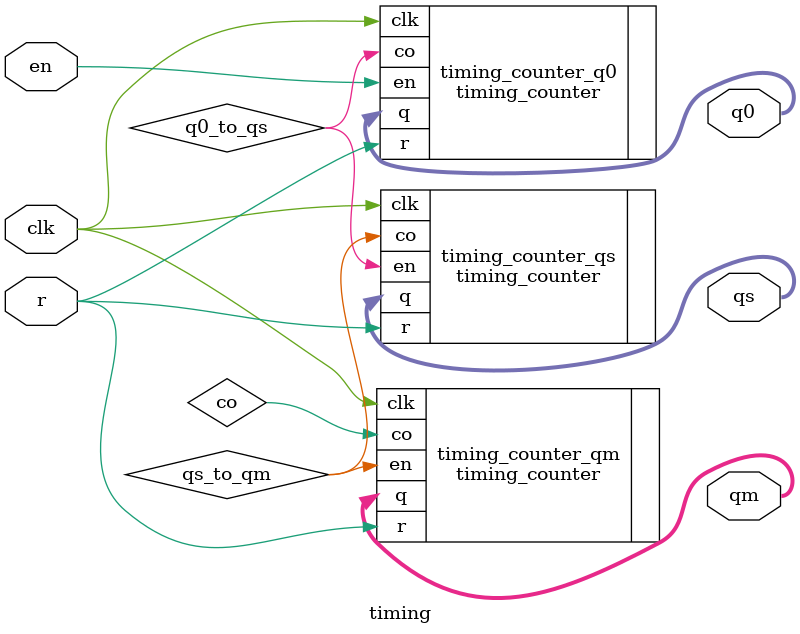
<source format=v>
module timing (
    clk,
    r,
    en,
    q0,
    qs,
    qm
);
    input clk, r, en;

    output [3:0] q0, qm;
    output [7:0] qs;

    wire q0_to_qs, qs_to_qm;

    //创建十分之一秒计时器
    timing_counter #(.n(10), .counter_bits(4))
    timing_counter_q0 (.en(en), .clk(clk), .r(r), .co(q0_to_qs), .q(q0));

    //创建秒位计时器
    timing_counter #(.n(60), .counter_bits(8))
    timing_counter_qs (.en(q0_to_qs), .clk(clk), .r(r), .co(qs_to_qm), .q(qs));

    //创建分位计时器
    timing_counter #(.n(10), .counter_bits(4))
    timing_counter_qm (.en(qs_to_qm), .clk(clk), .r(r), .co(co), .q(qm));
endmodule
</source>
